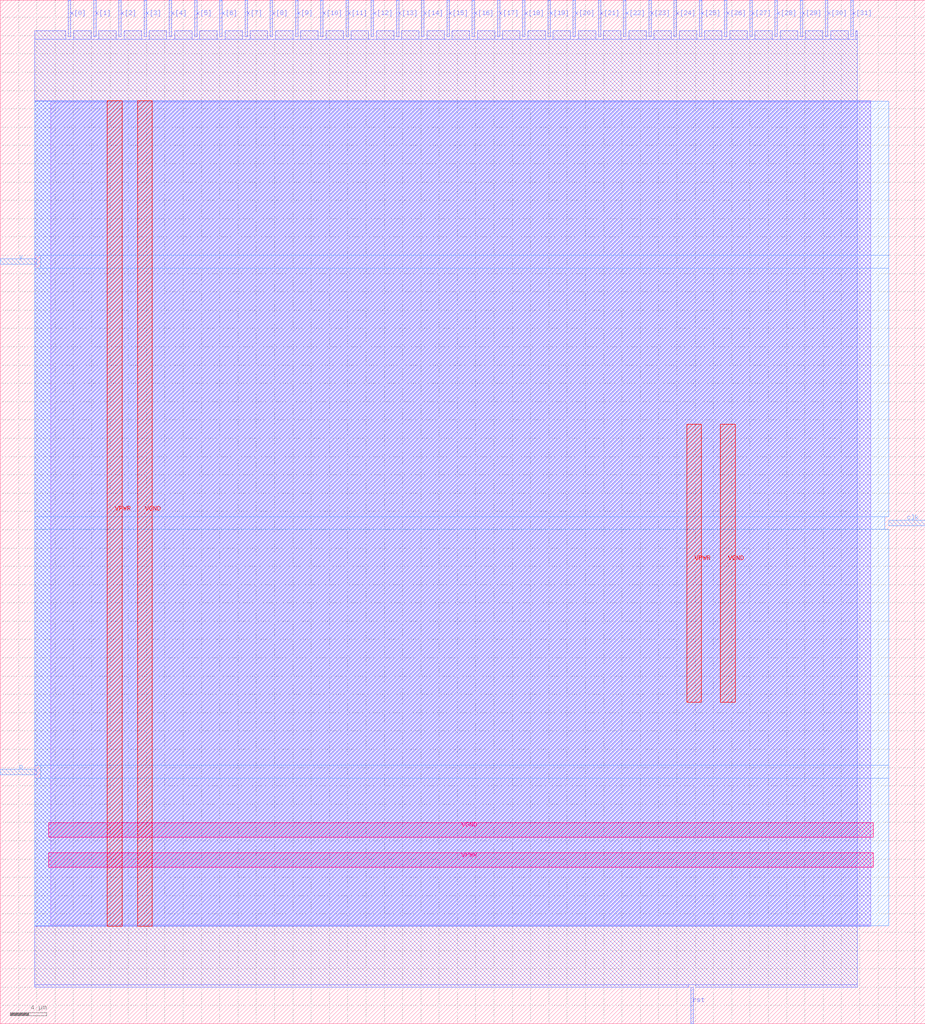
<source format=lef>
VERSION 5.7 ;
  NOWIREEXTENSIONATPIN ON ;
  DIVIDERCHAR "/" ;
  BUSBITCHARS "[]" ;
MACRO spm
  CLASS BLOCK ;
  FOREIGN spm ;
  ORIGIN 0.000 0.000 ;
  SIZE 101.160 BY 111.880 ;
  PIN VGND
    DIRECTION INOUT ;
    USE GROUND ;
    PORT
      LAYER met4 ;
        RECT 15.020 10.640 16.620 100.880 ;
    END
    PORT
      LAYER met5 ;
        RECT 5.280 20.380 95.460 21.980 ;
    END
    PORT
      LAYER met4 ;
        RECT 78.780 35.120 80.380 65.520 ;
    END
  END VGND
  PIN VPWR
    DIRECTION INOUT ;
    USE POWER ;
    PORT
      LAYER met4 ;
        RECT 11.720 10.640 13.320 100.880 ;
    END
    PORT
      LAYER met5 ;
        RECT 5.280 17.080 95.460 18.680 ;
    END
    PORT
      LAYER met4 ;
        RECT 75.100 35.120 76.700 65.520 ;
    END
  END VPWR
  PIN clk
    DIRECTION INPUT ;
    USE SIGNAL ;
    ANTENNAGATEAREA 0.852000 ;
    PORT
      LAYER met3 ;
        RECT 97.160 54.440 101.160 55.040 ;
    END
  END clk
  PIN p
    DIRECTION OUTPUT ;
    USE SIGNAL ;
    ANTENNADIFFAREA 0.795200 ;
    PORT
      LAYER met3 ;
        RECT 0.000 27.240 4.000 27.840 ;
    END
  END p
  PIN rst
    DIRECTION INPUT ;
    USE SIGNAL ;
    ANTENNAGATEAREA 0.196500 ;
    PORT
      LAYER met2 ;
        RECT 75.530 0.000 75.810 4.000 ;
    END
  END rst
  PIN x[0]
    DIRECTION INPUT ;
    USE SIGNAL ;
    ANTENNAGATEAREA 0.196500 ;
    PORT
      LAYER met2 ;
        RECT 7.450 107.880 7.730 111.880 ;
    END
  END x[0]
  PIN x[10]
    DIRECTION INPUT ;
    USE SIGNAL ;
    ANTENNAGATEAREA 0.196500 ;
    PORT
      LAYER met2 ;
        RECT 35.050 107.880 35.330 111.880 ;
    END
  END x[10]
  PIN x[11]
    DIRECTION INPUT ;
    USE SIGNAL ;
    ANTENNAGATEAREA 0.196500 ;
    PORT
      LAYER met2 ;
        RECT 37.810 107.880 38.090 111.880 ;
    END
  END x[11]
  PIN x[12]
    DIRECTION INPUT ;
    USE SIGNAL ;
    ANTENNAGATEAREA 0.196500 ;
    PORT
      LAYER met2 ;
        RECT 40.570 107.880 40.850 111.880 ;
    END
  END x[12]
  PIN x[13]
    DIRECTION INPUT ;
    USE SIGNAL ;
    ANTENNAGATEAREA 0.196500 ;
    PORT
      LAYER met2 ;
        RECT 43.330 107.880 43.610 111.880 ;
    END
  END x[13]
  PIN x[14]
    DIRECTION INPUT ;
    USE SIGNAL ;
    ANTENNAGATEAREA 0.196500 ;
    PORT
      LAYER met2 ;
        RECT 46.090 107.880 46.370 111.880 ;
    END
  END x[14]
  PIN x[15]
    DIRECTION INPUT ;
    USE SIGNAL ;
    ANTENNAGATEAREA 0.196500 ;
    PORT
      LAYER met2 ;
        RECT 48.850 107.880 49.130 111.880 ;
    END
  END x[15]
  PIN x[16]
    DIRECTION INPUT ;
    USE SIGNAL ;
    ANTENNAGATEAREA 0.196500 ;
    PORT
      LAYER met2 ;
        RECT 51.610 107.880 51.890 111.880 ;
    END
  END x[16]
  PIN x[17]
    DIRECTION INPUT ;
    USE SIGNAL ;
    ANTENNAGATEAREA 0.196500 ;
    PORT
      LAYER met2 ;
        RECT 54.370 107.880 54.650 111.880 ;
    END
  END x[17]
  PIN x[18]
    DIRECTION INPUT ;
    USE SIGNAL ;
    ANTENNAGATEAREA 0.196500 ;
    PORT
      LAYER met2 ;
        RECT 57.130 107.880 57.410 111.880 ;
    END
  END x[18]
  PIN x[19]
    DIRECTION INPUT ;
    USE SIGNAL ;
    ANTENNAGATEAREA 0.196500 ;
    PORT
      LAYER met2 ;
        RECT 59.890 107.880 60.170 111.880 ;
    END
  END x[19]
  PIN x[1]
    DIRECTION INPUT ;
    USE SIGNAL ;
    ANTENNAGATEAREA 0.196500 ;
    PORT
      LAYER met2 ;
        RECT 10.210 107.880 10.490 111.880 ;
    END
  END x[1]
  PIN x[20]
    DIRECTION INPUT ;
    USE SIGNAL ;
    ANTENNAGATEAREA 0.196500 ;
    PORT
      LAYER met2 ;
        RECT 62.650 107.880 62.930 111.880 ;
    END
  END x[20]
  PIN x[21]
    DIRECTION INPUT ;
    USE SIGNAL ;
    ANTENNAGATEAREA 0.196500 ;
    PORT
      LAYER met2 ;
        RECT 65.410 107.880 65.690 111.880 ;
    END
  END x[21]
  PIN x[22]
    DIRECTION INPUT ;
    USE SIGNAL ;
    ANTENNAGATEAREA 0.196500 ;
    PORT
      LAYER met2 ;
        RECT 68.170 107.880 68.450 111.880 ;
    END
  END x[22]
  PIN x[23]
    DIRECTION INPUT ;
    USE SIGNAL ;
    ANTENNAGATEAREA 0.196500 ;
    PORT
      LAYER met2 ;
        RECT 70.930 107.880 71.210 111.880 ;
    END
  END x[23]
  PIN x[24]
    DIRECTION INPUT ;
    USE SIGNAL ;
    ANTENNAGATEAREA 0.196500 ;
    PORT
      LAYER met2 ;
        RECT 73.690 107.880 73.970 111.880 ;
    END
  END x[24]
  PIN x[25]
    DIRECTION INPUT ;
    USE SIGNAL ;
    ANTENNAGATEAREA 0.196500 ;
    PORT
      LAYER met2 ;
        RECT 76.450 107.880 76.730 111.880 ;
    END
  END x[25]
  PIN x[26]
    DIRECTION INPUT ;
    USE SIGNAL ;
    ANTENNAGATEAREA 0.196500 ;
    PORT
      LAYER met2 ;
        RECT 79.210 107.880 79.490 111.880 ;
    END
  END x[26]
  PIN x[27]
    DIRECTION INPUT ;
    USE SIGNAL ;
    ANTENNAGATEAREA 0.196500 ;
    PORT
      LAYER met2 ;
        RECT 81.970 107.880 82.250 111.880 ;
    END
  END x[27]
  PIN x[28]
    DIRECTION INPUT ;
    USE SIGNAL ;
    ANTENNAGATEAREA 0.196500 ;
    PORT
      LAYER met2 ;
        RECT 84.730 107.880 85.010 111.880 ;
    END
  END x[28]
  PIN x[29]
    DIRECTION INPUT ;
    USE SIGNAL ;
    ANTENNAGATEAREA 0.196500 ;
    PORT
      LAYER met2 ;
        RECT 87.490 107.880 87.770 111.880 ;
    END
  END x[29]
  PIN x[2]
    DIRECTION INPUT ;
    USE SIGNAL ;
    ANTENNAGATEAREA 0.196500 ;
    PORT
      LAYER met2 ;
        RECT 12.970 107.880 13.250 111.880 ;
    END
  END x[2]
  PIN x[30]
    DIRECTION INPUT ;
    USE SIGNAL ;
    ANTENNAGATEAREA 0.196500 ;
    PORT
      LAYER met2 ;
        RECT 90.250 107.880 90.530 111.880 ;
    END
  END x[30]
  PIN x[31]
    DIRECTION INPUT ;
    USE SIGNAL ;
    ANTENNAGATEAREA 0.196500 ;
    PORT
      LAYER met2 ;
        RECT 93.010 107.880 93.290 111.880 ;
    END
  END x[31]
  PIN x[3]
    DIRECTION INPUT ;
    USE SIGNAL ;
    ANTENNAGATEAREA 0.196500 ;
    PORT
      LAYER met2 ;
        RECT 15.730 107.880 16.010 111.880 ;
    END
  END x[3]
  PIN x[4]
    DIRECTION INPUT ;
    USE SIGNAL ;
    ANTENNAGATEAREA 0.196500 ;
    PORT
      LAYER met2 ;
        RECT 18.490 107.880 18.770 111.880 ;
    END
  END x[4]
  PIN x[5]
    DIRECTION INPUT ;
    USE SIGNAL ;
    ANTENNAGATEAREA 0.196500 ;
    PORT
      LAYER met2 ;
        RECT 21.250 107.880 21.530 111.880 ;
    END
  END x[5]
  PIN x[6]
    DIRECTION INPUT ;
    USE SIGNAL ;
    ANTENNAGATEAREA 0.196500 ;
    PORT
      LAYER met2 ;
        RECT 24.010 107.880 24.290 111.880 ;
    END
  END x[6]
  PIN x[7]
    DIRECTION INPUT ;
    USE SIGNAL ;
    ANTENNAGATEAREA 0.196500 ;
    PORT
      LAYER met2 ;
        RECT 26.770 107.880 27.050 111.880 ;
    END
  END x[7]
  PIN x[8]
    DIRECTION INPUT ;
    USE SIGNAL ;
    ANTENNAGATEAREA 0.196500 ;
    PORT
      LAYER met2 ;
        RECT 29.530 107.880 29.810 111.880 ;
    END
  END x[8]
  PIN x[9]
    DIRECTION INPUT ;
    USE SIGNAL ;
    ANTENNAGATEAREA 0.196500 ;
    PORT
      LAYER met2 ;
        RECT 32.290 107.880 32.570 111.880 ;
    END
  END x[9]
  PIN y
    DIRECTION INPUT ;
    USE SIGNAL ;
    ANTENNAGATEAREA 0.196500 ;
    PORT
      LAYER met3 ;
        RECT 0.000 83.000 4.000 83.600 ;
    END
  END y
  OBS
      LAYER li1 ;
        RECT 5.520 10.795 95.220 100.725 ;
      LAYER met1 ;
        RECT 3.750 10.640 95.220 100.880 ;
      LAYER met2 ;
        RECT 3.770 107.600 7.170 108.530 ;
        RECT 8.010 107.600 9.930 108.530 ;
        RECT 10.770 107.600 12.690 108.530 ;
        RECT 13.530 107.600 15.450 108.530 ;
        RECT 16.290 107.600 18.210 108.530 ;
        RECT 19.050 107.600 20.970 108.530 ;
        RECT 21.810 107.600 23.730 108.530 ;
        RECT 24.570 107.600 26.490 108.530 ;
        RECT 27.330 107.600 29.250 108.530 ;
        RECT 30.090 107.600 32.010 108.530 ;
        RECT 32.850 107.600 34.770 108.530 ;
        RECT 35.610 107.600 37.530 108.530 ;
        RECT 38.370 107.600 40.290 108.530 ;
        RECT 41.130 107.600 43.050 108.530 ;
        RECT 43.890 107.600 45.810 108.530 ;
        RECT 46.650 107.600 48.570 108.530 ;
        RECT 49.410 107.600 51.330 108.530 ;
        RECT 52.170 107.600 54.090 108.530 ;
        RECT 54.930 107.600 56.850 108.530 ;
        RECT 57.690 107.600 59.610 108.530 ;
        RECT 60.450 107.600 62.370 108.530 ;
        RECT 63.210 107.600 65.130 108.530 ;
        RECT 65.970 107.600 67.890 108.530 ;
        RECT 68.730 107.600 70.650 108.530 ;
        RECT 71.490 107.600 73.410 108.530 ;
        RECT 74.250 107.600 76.170 108.530 ;
        RECT 77.010 107.600 78.930 108.530 ;
        RECT 79.770 107.600 81.690 108.530 ;
        RECT 82.530 107.600 84.450 108.530 ;
        RECT 85.290 107.600 87.210 108.530 ;
        RECT 88.050 107.600 89.970 108.530 ;
        RECT 90.810 107.600 92.730 108.530 ;
        RECT 93.570 107.600 93.740 108.530 ;
        RECT 3.770 4.280 93.740 107.600 ;
        RECT 3.770 4.000 75.250 4.280 ;
        RECT 76.090 4.000 93.740 4.280 ;
      LAYER met3 ;
        RECT 3.745 84.000 97.160 100.805 ;
        RECT 4.400 82.600 97.160 84.000 ;
        RECT 3.745 55.440 97.160 82.600 ;
        RECT 3.745 54.040 96.760 55.440 ;
        RECT 3.745 28.240 97.160 54.040 ;
        RECT 4.400 26.840 97.160 28.240 ;
        RECT 3.745 10.715 97.160 26.840 ;
  END
END spm
END LIBRARY


</source>
